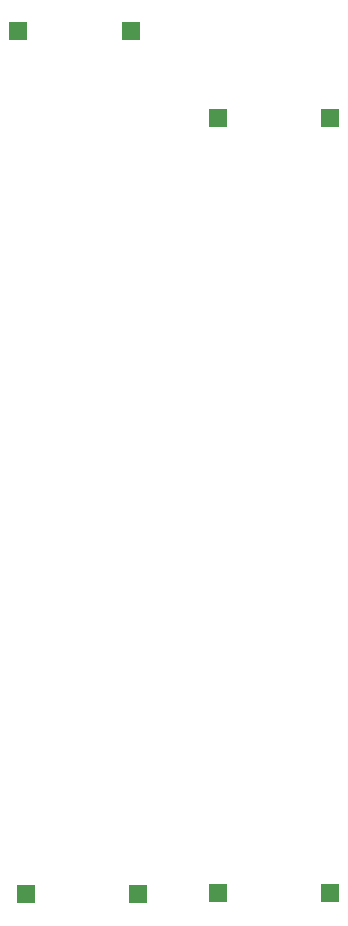
<source format=gko>
G04*
G04 #@! TF.GenerationSoftware,Altium Limited,Altium Designer,19.1.5 (86)*
G04*
G04 Layer_Color=16711935*
%FSLAX44Y44*%
%MOMM*%
G71*
G01*
G75*
%ADD100R,1.6500X1.6000*%
D100*
X559560Y63180D02*
D03*
X464060D02*
D03*
X397000Y61910D02*
D03*
X301500D02*
D03*
X559560Y719140D02*
D03*
X464060D02*
D03*
X390526Y792924D02*
D03*
X295026D02*
D03*
M02*

</source>
